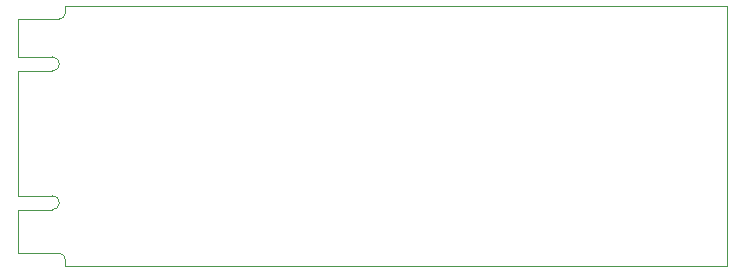
<source format=gbr>
%TF.GenerationSoftware,KiCad,Pcbnew,8.0.1*%
%TF.CreationDate,2024-04-21T19:45:24+02:00*%
%TF.ProjectId,Hypersonic_pcb,48797065-7273-46f6-9e69-635f7063622e,rev?*%
%TF.SameCoordinates,Original*%
%TF.FileFunction,Profile,NP*%
%FSLAX46Y46*%
G04 Gerber Fmt 4.6, Leading zero omitted, Abs format (unit mm)*
G04 Created by KiCad (PCBNEW 8.0.1) date 2024-04-21 19:45:24*
%MOMM*%
%LPD*%
G01*
G04 APERTURE LIST*
%TA.AperFunction,Profile*%
%ADD10C,0.050000*%
%TD*%
G04 APERTURE END LIST*
D10*
X150000000Y-81000000D02*
X150000000Y-103000000D01*
X94000000Y-103000000D02*
X150000000Y-103000000D01*
X94000000Y-81000000D02*
X150000000Y-81000000D01*
%TO.C,J2*%
X90000000Y-82075000D02*
X90000000Y-85275000D01*
X90000000Y-85275000D02*
X92900000Y-85275000D01*
X90000000Y-86475000D02*
X90000000Y-92000000D01*
X90000000Y-92000000D02*
X90000000Y-97025000D01*
X90000000Y-97025000D02*
X92900000Y-97025000D01*
X90000000Y-98225000D02*
X90000000Y-101925000D01*
X90000000Y-101925000D02*
X93500000Y-101925000D01*
X92900000Y-86475000D02*
X90000000Y-86475000D01*
X92900000Y-98225000D02*
X90000000Y-98225000D01*
X93500000Y-82075000D02*
X90000000Y-82075000D01*
X94000000Y-81000000D02*
X94000000Y-81575000D01*
X94000000Y-102425000D02*
X94000000Y-103000000D01*
X92900000Y-85275000D02*
G75*
G02*
X92900000Y-86475000I0J-600000D01*
G01*
X92900000Y-97025000D02*
G75*
G02*
X92900000Y-98225000I0J-600000D01*
G01*
X93500000Y-101925000D02*
G75*
G02*
X94000000Y-102425000I0J-500000D01*
G01*
X94000000Y-81575000D02*
G75*
G02*
X93500000Y-82075000I-500001J1D01*
G01*
%TD*%
M02*

</source>
